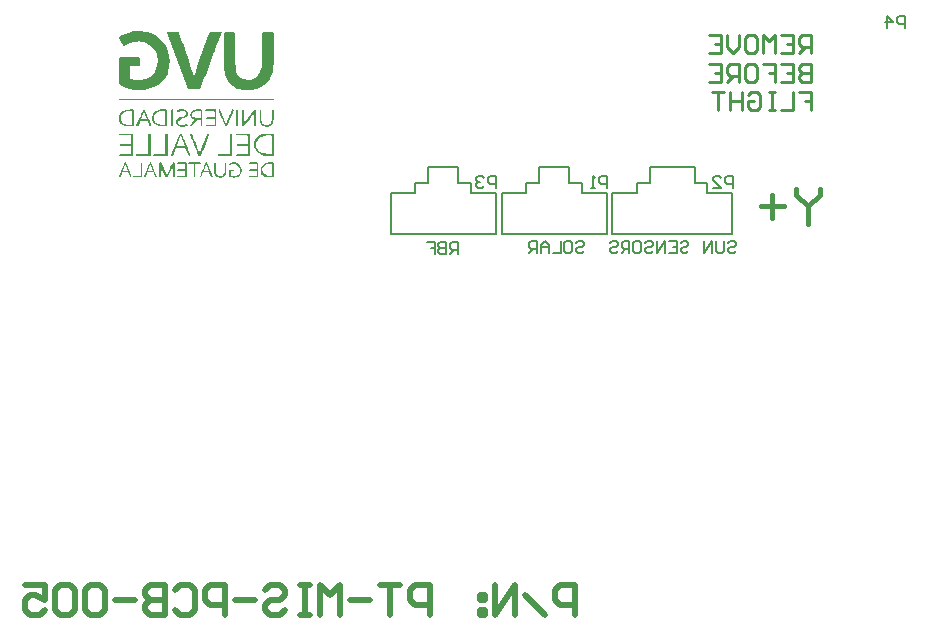
<source format=gbo>
G04 Layer_Color=32896*
%FSLAX25Y25*%
%MOIN*%
G70*
G01*
G75*
%ADD15C,0.01000*%
%ADD25C,0.00591*%
%ADD38C,0.01575*%
%ADD39C,0.02000*%
G36*
X93500Y184156D02*
Y177236D01*
X93269Y176928D01*
X92193D01*
X91270Y177005D01*
X90501Y177082D01*
X89732Y177313D01*
X89194Y177544D01*
X88656Y177774D01*
X88271Y178159D01*
X87579Y178851D01*
X87272Y179543D01*
X87041Y180081D01*
X86964Y180542D01*
Y180619D01*
Y180696D01*
Y181234D01*
X87041Y181696D01*
X87118Y182157D01*
X87502Y182926D01*
X88118Y183464D01*
X88810Y183849D01*
X89502Y184156D01*
X90040Y184310D01*
X90501Y184387D01*
X93269D01*
X93500Y184156D01*
D02*
G37*
G36*
X71202Y174699D02*
X71279Y174468D01*
X71586Y173853D01*
X71894Y173161D01*
X72201Y172315D01*
X72586Y171469D01*
X72816Y170777D01*
X73047Y170239D01*
X73124Y170162D01*
Y170085D01*
X72893Y169778D01*
X72355Y170470D01*
X72278Y170777D01*
X72201Y171085D01*
X72048Y171316D01*
X71971Y171469D01*
X69972D01*
X69741Y170931D01*
X69587Y170470D01*
X69433Y170162D01*
X69357Y170008D01*
X69280Y169855D01*
X69203Y169778D01*
X68895D01*
X69203Y170624D01*
X69433Y171392D01*
X69664Y172084D01*
X69895Y172623D01*
X70125Y173084D01*
X70279Y173545D01*
X70510Y174160D01*
X70740Y174468D01*
X70894Y174699D01*
X70971Y174776D01*
X71125D01*
X71202Y174699D01*
D02*
G37*
G36*
X79737Y184156D02*
Y177236D01*
X79506Y176928D01*
X75046D01*
X74816Y177236D01*
Y177390D01*
X75046Y177620D01*
X78968D01*
Y184156D01*
X79198Y184387D01*
X79506D01*
X79737Y184156D01*
D02*
G37*
G36*
X85657Y177236D02*
X85426Y176928D01*
X81121D01*
X80890Y177236D01*
Y177390D01*
X81121Y177620D01*
X84965D01*
Y180388D01*
X81582D01*
X81274Y180696D01*
Y180850D01*
X81582Y181080D01*
X84965D01*
Y183541D01*
X84734Y183849D01*
X81044D01*
Y184387D01*
X85657D01*
Y177236D01*
D02*
G37*
G36*
X63590Y192460D02*
X63974Y192383D01*
X64512Y192076D01*
X64820Y191691D01*
X64897Y191614D01*
Y191538D01*
Y190615D01*
X64359Y189923D01*
X63436Y189538D01*
X62744Y189231D01*
X62283Y188923D01*
X61898Y188693D01*
X61744Y188539D01*
X61668Y188385D01*
X61591Y188231D01*
X61668Y187924D01*
X61821Y187693D01*
X62359Y187385D01*
X62898Y187232D01*
X63051Y187155D01*
X63128D01*
X63667Y187232D01*
X64128Y187462D01*
X64589Y187616D01*
X64666Y187693D01*
X64743D01*
X65051Y187309D01*
X64974Y187155D01*
X64743Y187078D01*
X64435Y186924D01*
X64128Y186847D01*
X63820Y186770D01*
X63513Y186694D01*
X63282Y186617D01*
X63205D01*
X62513Y186694D01*
X61975Y186924D01*
X61591Y187155D01*
X61283Y187462D01*
X61129Y187693D01*
X61052Y187924D01*
Y188077D01*
Y188154D01*
Y188693D01*
X61437Y189385D01*
X62436Y189769D01*
X63128Y190077D01*
X63667Y190307D01*
X63974Y190538D01*
X64205Y190692D01*
X64282Y190769D01*
X64359Y190846D01*
Y190999D01*
X64282Y191307D01*
X64205Y191614D01*
X63744Y191845D01*
X63359Y191999D01*
X62590D01*
X61744Y191691D01*
X61437Y191768D01*
X61360Y191845D01*
X61283Y191922D01*
Y191999D01*
X61437Y192153D01*
X61591Y192306D01*
X62052Y192460D01*
X62436Y192537D01*
X63205D01*
X63590Y192460D01*
D02*
G37*
G36*
X46981Y192230D02*
Y187001D01*
X46751Y186770D01*
X44598D01*
X44137Y186847D01*
X43291Y187155D01*
X42676Y187616D01*
X42291Y188077D01*
X42061Y188539D01*
X41984Y189000D01*
X41907Y189308D01*
Y189385D01*
Y190077D01*
X41984Y190538D01*
X42137Y190922D01*
X42368Y191230D01*
X42599Y191538D01*
X43368Y191922D01*
X44214Y192230D01*
X45136Y192383D01*
X45828Y192537D01*
X46751D01*
X46981Y192230D01*
D02*
G37*
G36*
X71586Y183080D02*
X71202Y181926D01*
X70817Y180927D01*
X70510Y180081D01*
X70202Y179389D01*
X69972Y178774D01*
X69741Y178236D01*
X69587Y177851D01*
X69433Y177544D01*
X69280Y177313D01*
X69126Y177082D01*
X69049Y176928D01*
X68588D01*
X68511Y177005D01*
X68434Y177236D01*
X68280Y177620D01*
X68049Y178082D01*
X67819Y178620D01*
X67588Y179235D01*
X67050Y180542D01*
X66512Y181849D01*
X66281Y182465D01*
X66050Y183003D01*
X65820Y183464D01*
X65743Y183849D01*
X65589Y184079D01*
Y184156D01*
X65820Y184387D01*
X66127D01*
X66204Y184310D01*
X66358Y184079D01*
X66512Y183772D01*
X66665Y183387D01*
X67050Y182311D01*
X67511Y181157D01*
X67972Y180004D01*
X68357Y178928D01*
X68511Y178543D01*
X68664Y178236D01*
X68741Y178005D01*
Y177928D01*
X68895D01*
X69280Y179005D01*
X69664Y180004D01*
X69972Y180850D01*
X70279Y181619D01*
X70510Y182234D01*
X70664Y182772D01*
X70894Y183157D01*
X71048Y183541D01*
X71279Y184002D01*
X71433Y184233D01*
X71509Y184387D01*
X72048D01*
X71586Y183080D01*
D02*
G37*
G36*
X69280Y174468D02*
X69049Y174237D01*
X67357D01*
Y170085D01*
X67127Y169778D01*
X66819Y170085D01*
Y174237D01*
X65204D01*
X64897Y174468D01*
X65204Y174776D01*
X69049D01*
X69280Y174468D01*
D02*
G37*
G36*
X62975Y184233D02*
X63436Y183080D01*
X63897Y182003D01*
X64282Y181080D01*
X64589Y180235D01*
X64820Y179543D01*
X65051Y179005D01*
X65281Y178466D01*
X65358Y178082D01*
X65512Y177774D01*
X65589Y177467D01*
X65666Y177159D01*
X65743Y177005D01*
Y176928D01*
X65204D01*
X63897Y179543D01*
X60899D01*
X60591Y178697D01*
X60437Y178005D01*
X60207Y177544D01*
X60053Y177236D01*
X59976Y177082D01*
X59899Y177005D01*
X59822Y176928D01*
X59361D01*
X59284Y177082D01*
X59745Y178313D01*
X60130Y179466D01*
X60514Y180388D01*
X60822Y181234D01*
X61129Y181926D01*
X61360Y182541D01*
X61591Y183003D01*
X61744Y183387D01*
X61898Y183695D01*
X62052Y183925D01*
X62206Y184233D01*
X62283Y184387D01*
X62821D01*
X62975Y184233D01*
D02*
G37*
G36*
X77737Y174468D02*
Y171623D01*
X77661Y171008D01*
X77430Y170547D01*
X77122Y170162D01*
X76738Y169931D01*
X76354Y169778D01*
X76046Y169701D01*
X75738D01*
X75046Y169855D01*
X74585Y170008D01*
X74201Y170316D01*
X73970Y170547D01*
X73816Y170854D01*
X73739Y171085D01*
Y171239D01*
Y171316D01*
Y174622D01*
X73816Y174776D01*
X74124Y174468D01*
Y172392D01*
X74201Y171700D01*
X74354Y171162D01*
X74585Y170777D01*
X74893Y170547D01*
X75200Y170393D01*
X75431Y170239D01*
X75892D01*
X76354Y170393D01*
X76661Y170700D01*
X76969Y171162D01*
X77122Y171700D01*
X77199Y172161D01*
X77276Y172623D01*
Y172930D01*
Y173084D01*
Y174622D01*
X77430Y174776D01*
X77737Y174468D01*
D02*
G37*
G36*
X93500D02*
Y170085D01*
X93269Y169778D01*
X91578D01*
X90732Y170008D01*
X90117Y170316D01*
X89732Y170700D01*
X89425Y171085D01*
X89271Y171469D01*
X89117Y171854D01*
Y172084D01*
Y172161D01*
X89271Y173007D01*
X89579Y173699D01*
X90117Y174160D01*
X90655Y174468D01*
X91193Y174622D01*
X91732Y174776D01*
X93269D01*
X93500Y174468D01*
D02*
G37*
G36*
X81198Y174699D02*
X81736Y174468D01*
X82120Y174083D01*
X82428Y173699D01*
X82582Y173238D01*
X82735Y172930D01*
X82812Y172623D01*
Y172546D01*
Y171854D01*
X82735Y171239D01*
X82428Y170700D01*
X82043Y170316D01*
X81582Y170085D01*
X81121Y169855D01*
X80736Y169778D01*
X80429Y169701D01*
X80352D01*
X79813Y169778D01*
X79352Y169855D01*
X79045Y169931D01*
X78891Y170008D01*
X78737Y170085D01*
X78660Y170162D01*
Y170239D01*
Y172161D01*
X78968Y172392D01*
X79890D01*
X80198Y172161D01*
X79890Y171854D01*
X79198D01*
Y170316D01*
X79890Y170239D01*
X80429D01*
X81044Y170316D01*
X81505Y170547D01*
X81890Y170931D01*
X82120Y171316D01*
X82274Y171700D01*
X82351Y172084D01*
Y172315D01*
Y172392D01*
X82274Y172930D01*
X82043Y173391D01*
X81736Y173699D01*
X81351Y173930D01*
X80967Y174160D01*
X80659Y174237D01*
X80429Y174314D01*
X80352D01*
X79813Y174237D01*
X79429Y174160D01*
X79122Y174007D01*
X78968Y173930D01*
X78660Y174237D01*
X78737Y174391D01*
X78891Y174468D01*
X79198Y174622D01*
X79583Y174776D01*
X80582D01*
X81198Y174699D01*
D02*
G37*
G36*
X60514Y174468D02*
Y170085D01*
X60207Y169778D01*
X59899Y170085D01*
Y173545D01*
X59822D01*
X59361Y172392D01*
X58976Y171546D01*
X58669Y170854D01*
X58438Y170393D01*
X58207Y170085D01*
X58054Y169931D01*
X57977Y169778D01*
X57900D01*
X57823Y169855D01*
X57669Y169931D01*
X57438Y170393D01*
X57054Y171008D01*
X56747Y171700D01*
X56439Y172392D01*
X56208Y172930D01*
X56055Y173391D01*
X55978Y173468D01*
Y173545D01*
X55824D01*
Y170085D01*
X55516Y169778D01*
X55362D01*
Y174468D01*
X55670Y174776D01*
X55824D01*
X57977Y170624D01*
X58284Y171392D01*
X58592Y172008D01*
X58823Y172546D01*
X59053Y173007D01*
X59438Y173776D01*
X59668Y174237D01*
X59822Y174545D01*
X59976Y174699D01*
X60053Y174776D01*
X60207D01*
X60514Y174468D01*
D02*
G37*
G36*
X52518Y184156D02*
Y177236D01*
X52210Y176928D01*
X47981D01*
X47673Y177236D01*
Y177620D01*
X51672D01*
Y184156D01*
X51979Y184387D01*
X52210D01*
X52518Y184156D01*
D02*
G37*
G36*
X58131D02*
Y177236D01*
X57900Y176928D01*
X53594D01*
X53363Y177236D01*
Y177390D01*
X53594Y177620D01*
X57438D01*
Y184156D01*
X57746Y184387D01*
X57900D01*
X58131Y184156D01*
D02*
G37*
G36*
X88271Y174468D02*
Y169778D01*
X85273D01*
X85119Y169931D01*
X85426Y170239D01*
X87887D01*
Y172008D01*
X85657D01*
X85426Y172315D01*
X85657Y172546D01*
X87887D01*
Y174237D01*
X85273D01*
Y174468D01*
X85580Y174776D01*
X88041D01*
X88271Y174468D01*
D02*
G37*
G36*
X46751Y177236D02*
X46443Y176928D01*
X42137D01*
X41907Y177236D01*
Y177390D01*
X42137Y177620D01*
X46059D01*
Y180388D01*
X42599D01*
X42291Y180696D01*
Y180850D01*
X42599Y181080D01*
X46059D01*
Y183849D01*
X42291D01*
X42137Y183695D01*
Y183849D01*
X42061Y184002D01*
Y184387D01*
X46751D01*
Y177236D01*
D02*
G37*
G36*
X49596Y174468D02*
Y170085D01*
X49365Y169778D01*
X46597D01*
X46443Y169931D01*
X46751Y170239D01*
X49211D01*
Y174622D01*
X49365Y174776D01*
X49596Y174468D01*
D02*
G37*
G36*
X44214Y174699D02*
X44367Y174545D01*
X44444Y174314D01*
X44598Y174007D01*
X44905Y173238D01*
X45290Y172392D01*
X45597Y171469D01*
X45905Y170700D01*
X45982Y170393D01*
X46059Y170162D01*
X46136Y170008D01*
Y169931D01*
Y169778D01*
X45751D01*
X45521Y170316D01*
X45367Y170777D01*
X45213Y171085D01*
X45136Y171239D01*
X45059Y171392D01*
X44982Y171469D01*
X42983D01*
X42829Y170931D01*
X42676Y170470D01*
X42522Y170162D01*
X42368Y170008D01*
X42291Y169855D01*
X42214Y169778D01*
X42061D01*
X41907Y169931D01*
X42214Y170777D01*
X42522Y171469D01*
X42753Y172084D01*
X42983Y172699D01*
X43137Y173161D01*
X43368Y173545D01*
X43598Y174083D01*
X43752Y174468D01*
X43906Y174699D01*
X43983Y174776D01*
X44137D01*
X44214Y174699D01*
D02*
G37*
G36*
X80198Y192383D02*
X79813Y191384D01*
X79506Y190538D01*
X79198Y189769D01*
X78891Y189154D01*
X78660Y188616D01*
X78506Y188154D01*
X78276Y187770D01*
X78122Y187462D01*
X77968Y187078D01*
X77814Y186847D01*
X77737Y186770D01*
X77584D01*
X77430Y186924D01*
X77276Y187232D01*
X76892Y187924D01*
X76507Y188846D01*
X76046Y189846D01*
X75661Y190769D01*
X75354Y191614D01*
X75200Y191922D01*
X75123Y192153D01*
X75046Y192306D01*
Y192383D01*
X75200D01*
X75354Y192537D01*
X75508D01*
X75585Y192460D01*
X75661Y192306D01*
X75815Y192076D01*
X75969Y191768D01*
X76277Y190922D01*
X76661Y190077D01*
X76969Y189154D01*
X77276Y188308D01*
X77430Y188001D01*
X77507Y187770D01*
X77584Y187616D01*
Y187539D01*
X77737D01*
X78045Y188385D01*
X78276Y189154D01*
X78583Y189846D01*
X78737Y190461D01*
X78968Y190922D01*
X79122Y191307D01*
X79352Y191922D01*
X79583Y192306D01*
X79660Y192460D01*
X79737Y192537D01*
X80044D01*
X80198Y192383D01*
D02*
G37*
G36*
X87579Y192230D02*
Y187001D01*
X87349Y186770D01*
X87041Y187001D01*
Y191307D01*
X86964D01*
X86426Y190538D01*
X85888Y189923D01*
X85503Y189308D01*
X85119Y188846D01*
X84504Y188001D01*
X83966Y187462D01*
X83658Y187078D01*
X83504Y186924D01*
X83350Y186770D01*
X83197D01*
X82966Y187001D01*
Y192230D01*
X83197Y192537D01*
X83504Y192230D01*
Y187847D01*
X87195Y192537D01*
X87349D01*
X87579Y192230D01*
D02*
G37*
G36*
X93500Y217988D02*
Y207838D01*
X93423Y206224D01*
X93116Y204839D01*
X92731Y203686D01*
X92270Y202610D01*
X91655Y201764D01*
X90963Y201072D01*
X90194Y200457D01*
X89425Y199996D01*
X88733Y199611D01*
X87964Y199303D01*
X87272Y199150D01*
X86657Y198996D01*
X86195Y198919D01*
X85734Y198842D01*
X84965D01*
X83658Y198919D01*
X83043Y198996D01*
X82428Y199150D01*
X81967Y199227D01*
X81582Y199303D01*
X81351Y199380D01*
X81274D01*
X80506Y199765D01*
X79813Y200303D01*
X79275Y200841D01*
X78737Y201379D01*
X78276Y201995D01*
X77968Y202610D01*
X77430Y203840D01*
X77122Y204993D01*
X76969Y205993D01*
X76892Y206300D01*
Y206608D01*
Y206762D01*
Y206839D01*
Y217988D01*
X77122Y218295D01*
X80352D01*
X80582Y217988D01*
Y209607D01*
X80890Y205301D01*
X81351Y204301D01*
X81967Y203532D01*
X82658Y203071D01*
X83350Y202687D01*
X83966Y202456D01*
X84504Y202379D01*
X84811Y202302D01*
X84965D01*
X85811Y202379D01*
X86503Y202533D01*
X87118Y202764D01*
X87656Y203148D01*
X88041Y203532D01*
X88425Y203994D01*
X88964Y204916D01*
X89348Y205916D01*
X89502Y206685D01*
X89579Y207069D01*
Y207300D01*
Y207454D01*
Y207531D01*
Y217988D01*
X89809Y218295D01*
X93269D01*
X93500Y217988D01*
D02*
G37*
G36*
X76200Y218142D02*
X75585Y216450D01*
X74970Y214912D01*
X74431Y213451D01*
X73970Y212067D01*
X73432Y210760D01*
X73047Y209607D01*
X72586Y208453D01*
X72201Y207454D01*
X71817Y206531D01*
X71509Y205608D01*
X70894Y204071D01*
X70433Y202840D01*
X69972Y201764D01*
X69664Y200995D01*
X69433Y200303D01*
X69203Y199842D01*
X69049Y199534D01*
X68972Y199303D01*
X68895Y199227D01*
Y199150D01*
X65051D01*
X57900Y217834D01*
Y218142D01*
X57977Y218218D01*
X58054Y218295D01*
X61744D01*
X61821Y218218D01*
X61898Y218142D01*
X62052Y217680D01*
X62359Y216988D01*
X62667Y216066D01*
X63051Y214989D01*
X63513Y213759D01*
X63974Y212452D01*
X64435Y211144D01*
X64897Y209760D01*
X65281Y208453D01*
X65743Y207223D01*
X66050Y206147D01*
X66358Y205224D01*
X66588Y204532D01*
X66742Y204071D01*
X66819Y203994D01*
Y203917D01*
X67127D01*
X67588Y205224D01*
X67972Y206454D01*
X68357Y207608D01*
X68664Y208684D01*
X69357Y210606D01*
X69895Y212221D01*
X70356Y213605D01*
X70817Y214758D01*
X71125Y215758D01*
X71433Y216527D01*
X71663Y217065D01*
X71817Y217526D01*
X71971Y217834D01*
X72048Y218065D01*
X72124Y218218D01*
X72201Y218295D01*
X76046D01*
X76200Y218142D01*
D02*
G37*
G36*
X93500Y195997D02*
X93269Y195690D01*
X42061D01*
X41907Y195843D01*
X42137Y196074D01*
X93423D01*
X93500Y195997D01*
D02*
G37*
G36*
X51364Y218295D02*
X52671Y217834D01*
X53825Y217296D01*
X54824Y216681D01*
X55670Y215989D01*
X56362Y215220D01*
X56977Y214451D01*
X57515Y213605D01*
X57900Y212836D01*
X58207Y212067D01*
X58438Y211375D01*
X58592Y210683D01*
X58669Y210068D01*
X58746Y209607D01*
X58823Y209222D01*
Y208992D01*
Y208915D01*
Y208530D01*
X58746Y206916D01*
X58592Y206224D01*
X58438Y205608D01*
X58361Y205070D01*
X58207Y204686D01*
X58131Y204455D01*
Y204378D01*
X57669Y203379D01*
X57131Y202533D01*
X56439Y201841D01*
X55747Y201149D01*
X54978Y200611D01*
X54209Y200226D01*
X53363Y199842D01*
X52595Y199534D01*
X51134Y199150D01*
X50442Y198996D01*
X49826Y198919D01*
X49365D01*
X48981Y198842D01*
X48366D01*
X46828Y198919D01*
X45597Y199150D01*
X44444Y199534D01*
X43598Y199919D01*
X42906Y200226D01*
X42445Y200611D01*
X42137Y200841D01*
X42061Y200918D01*
Y209607D01*
X42291Y209837D01*
X48673D01*
X48904Y209607D01*
Y206839D01*
X45751D01*
Y202840D01*
X45828Y202687D01*
X46136Y202533D01*
X46597Y202456D01*
X47058Y202379D01*
X47520D01*
X47981Y202302D01*
X48366D01*
X49211Y202379D01*
X49749D01*
X50211Y202456D01*
X50519Y202533D01*
X50672Y202610D01*
X50749D01*
X50826Y202687D01*
X51518Y202994D01*
X52133Y203302D01*
X52671Y203686D01*
X53133Y204148D01*
X53825Y205070D01*
X54286Y206147D01*
X54594Y207069D01*
X54747Y207838D01*
X54824Y208146D01*
Y208377D01*
Y208530D01*
Y208607D01*
X54594Y210837D01*
X54286Y211606D01*
X53902Y212298D01*
X53440Y212836D01*
X52979Y213297D01*
X51979Y214066D01*
X51057Y214605D01*
X50134Y214912D01*
X49365Y215066D01*
X49057Y215143D01*
X48673D01*
X47597Y215066D01*
X46597Y214912D01*
X45751Y214682D01*
X44982Y214374D01*
X44367Y214066D01*
X43906Y213836D01*
X43598Y213682D01*
X43521Y213605D01*
X43368Y213759D01*
X43137Y214066D01*
X42906Y214528D01*
X42599Y215066D01*
X42368Y215527D01*
X42137Y215989D01*
X41984Y216296D01*
X41907Y216450D01*
X42906Y217142D01*
X43906Y217680D01*
X44905Y217988D01*
X45828Y218295D01*
X46674Y218449D01*
X47366Y218526D01*
X48904D01*
X51364Y218295D01*
D02*
G37*
G36*
X52595Y174699D02*
X52671Y174468D01*
X52979Y173930D01*
X53363Y173161D01*
X53671Y172238D01*
X54055Y171392D01*
X54363Y170624D01*
X54517Y170393D01*
X54594Y170162D01*
X54671Y170008D01*
Y169931D01*
X54594D01*
X54440Y169778D01*
X54286Y169855D01*
X54132Y170008D01*
X53979Y170316D01*
X53825Y170624D01*
X53748Y170931D01*
X53671Y171239D01*
X53594Y171392D01*
Y171469D01*
X51364D01*
X51210Y170931D01*
X51057Y170470D01*
X50980Y170162D01*
X50826Y170008D01*
X50749Y169855D01*
X50672Y169778D01*
X50442D01*
X50288Y169931D01*
X50595Y170777D01*
X50903Y171546D01*
X51134Y172161D01*
X51364Y172699D01*
X51595Y173161D01*
X51749Y173545D01*
X51979Y174160D01*
X52210Y174468D01*
X52287Y174699D01*
X52364Y174776D01*
X52518D01*
X52595Y174699D01*
D02*
G37*
G36*
X59899Y187001D02*
X59668Y186770D01*
X59361Y187001D01*
Y192230D01*
X59668Y192537D01*
X59899D01*
Y187001D01*
D02*
G37*
G36*
X69741Y192230D02*
Y187001D01*
X69433Y186770D01*
X69126Y187001D01*
Y189077D01*
X67896D01*
X65973Y186770D01*
X65743D01*
X65589Y186847D01*
X66973Y188923D01*
Y189231D01*
X66588Y189308D01*
X66358Y189462D01*
X65973Y190077D01*
X65743Y190615D01*
Y190769D01*
Y190846D01*
X65896Y191384D01*
X66204Y191845D01*
X66742Y192153D01*
X67281Y192306D01*
X67896Y192460D01*
X68434Y192537D01*
X69433D01*
X69741Y192230D01*
D02*
G37*
G36*
X50365Y192383D02*
X50519Y192153D01*
X50903Y191384D01*
X51287Y190461D01*
X51749Y189462D01*
X52133Y188462D01*
X52441Y187616D01*
X52595Y187309D01*
X52671Y187078D01*
X52748Y186924D01*
Y186847D01*
X52671D01*
X52518Y186770D01*
X52364D01*
X52210Y186847D01*
X52056Y187078D01*
X51903Y187385D01*
X51826Y187770D01*
X51672Y188077D01*
X51595Y188385D01*
X51518Y188616D01*
Y188693D01*
X49057D01*
X48827Y188077D01*
X48596Y187616D01*
X48442Y187232D01*
X48289Y187001D01*
X48212Y186847D01*
X48135Y186770D01*
X47827D01*
X47673Y186847D01*
X48058Y187770D01*
X48366Y188539D01*
X48673Y189231D01*
X48904Y189846D01*
X49134Y190384D01*
X49365Y190846D01*
X49673Y191614D01*
X49903Y192076D01*
X50057Y192383D01*
X50134Y192537D01*
X50288D01*
X50365Y192383D01*
D02*
G37*
G36*
X57977Y192230D02*
Y187001D01*
X57746Y186770D01*
X56516D01*
X55901Y186847D01*
X55362Y186924D01*
X54517Y187232D01*
X53902Y187539D01*
X53517Y187924D01*
X53210Y188308D01*
X53133Y188616D01*
X53056Y188846D01*
Y188923D01*
Y190307D01*
X53133Y190692D01*
X53210Y191076D01*
X53748Y191614D01*
X54363Y191999D01*
X55132Y192230D01*
X55978Y192460D01*
X56593Y192537D01*
X57746D01*
X57977Y192230D01*
D02*
G37*
G36*
X93500D02*
Y189385D01*
X93423Y188462D01*
X93116Y187770D01*
X92731Y187309D01*
X92347Y187001D01*
X91885Y186770D01*
X91578Y186694D01*
X91270Y186617D01*
X91193D01*
X90424Y186770D01*
X89886Y187001D01*
X89425Y187385D01*
X89194Y187770D01*
X89040Y188154D01*
X88887Y188462D01*
Y188693D01*
Y188769D01*
Y192230D01*
X89117Y192537D01*
X89425Y192230D01*
Y189077D01*
X89502Y188539D01*
X89656Y188077D01*
X89963Y187693D01*
X90194Y187462D01*
X90501Y187309D01*
X90809Y187232D01*
X90963Y187155D01*
X91040D01*
X91655Y187232D01*
X92116Y187539D01*
X92500Y187924D01*
X92731Y188308D01*
X92885Y188769D01*
X92962Y189077D01*
Y189385D01*
Y189462D01*
Y192230D01*
X93269Y192537D01*
X93500Y192230D01*
D02*
G37*
G36*
X64512Y174468D02*
Y170085D01*
X64205Y169778D01*
X61283D01*
X61206Y169931D01*
X61437Y170239D01*
X63897D01*
Y172008D01*
X61744D01*
X61437Y172315D01*
X61744Y172546D01*
X63897D01*
Y174237D01*
X61591D01*
X61283Y174468D01*
X61591Y174776D01*
X64205D01*
X64512Y174468D01*
D02*
G37*
G36*
X74431Y192230D02*
Y187001D01*
X74124Y186770D01*
X70971D01*
X70664Y187001D01*
X70971Y187309D01*
X73585D01*
X73816Y187539D01*
Y189385D01*
X71202D01*
X70971Y189615D01*
X71202Y189923D01*
X73816D01*
Y191691D01*
X73585Y191999D01*
X70971D01*
X70664Y192230D01*
X70971Y192537D01*
X74124D01*
X74431Y192230D01*
D02*
G37*
G36*
X81582D02*
Y187001D01*
X81274Y186770D01*
X81044Y187001D01*
Y192230D01*
X81274Y192537D01*
X81582Y192230D01*
D02*
G37*
%LPC*%
G36*
X92577Y183849D02*
X91424D01*
X90732Y183695D01*
X90117Y183541D01*
X89579Y183387D01*
X89117Y183157D01*
X88733Y182926D01*
X88195Y182388D01*
X87810Y181772D01*
X87656Y181311D01*
X87579Y181004D01*
Y180850D01*
X87656Y180312D01*
X87733Y179773D01*
X88271Y179005D01*
X88964Y178389D01*
X89732Y178005D01*
X90501Y177774D01*
X91193Y177697D01*
X91732Y177620D01*
X92577D01*
X92885Y177928D01*
Y183541D01*
X92577Y183849D01*
D02*
G37*
G36*
X71125Y174083D02*
X70971D01*
X70279Y172008D01*
Y171854D01*
X71817D01*
X71125Y174083D01*
D02*
G37*
G36*
X46290Y191999D02*
X45597D01*
X44521Y191922D01*
X43752Y191691D01*
X43214Y191307D01*
X42829Y190999D01*
X42599Y190615D01*
X42522Y190230D01*
X42445Y190000D01*
Y189923D01*
X42522Y189077D01*
X42829Y188385D01*
X43214Y187924D01*
X43675Y187616D01*
X44137Y187462D01*
X44521Y187385D01*
X44829Y187309D01*
X46290D01*
Y191999D01*
D02*
G37*
G36*
X62590Y183541D02*
X62436D01*
X61283Y180388D01*
Y180235D01*
X63820D01*
X62590Y183541D01*
D02*
G37*
G36*
X92962Y174237D02*
X91578D01*
X90963Y174160D01*
X90501Y173930D01*
X90117Y173622D01*
X89886Y173315D01*
X89732Y172930D01*
X89656Y172623D01*
Y172392D01*
Y172315D01*
X89809Y171623D01*
X90117Y171085D01*
X90578Y170777D01*
X91116Y170470D01*
X91655Y170316D01*
X92116Y170239D01*
X92962D01*
Y174237D01*
D02*
G37*
G36*
X44214Y173930D02*
X43983D01*
X43291Y171854D01*
X44905D01*
X44214Y173930D01*
D02*
G37*
G36*
X52671D02*
X52364D01*
X51672Y171854D01*
X51979D01*
X52518Y172008D01*
X53056Y171854D01*
X53363D01*
X52671Y173930D01*
D02*
G37*
G36*
X69126Y191999D02*
X68357D01*
X67665Y191922D01*
X67127Y191845D01*
X66819Y191614D01*
X66512Y191461D01*
X66358Y191230D01*
X66281Y190999D01*
Y190922D01*
Y190846D01*
X66358Y190384D01*
X66665Y190077D01*
X67050Y189769D01*
X67511Y189615D01*
X67972Y189538D01*
X68357Y189462D01*
X69126D01*
Y191999D01*
D02*
G37*
G36*
X50288Y191691D02*
X50134D01*
X49365Y189385D01*
Y189231D01*
X51287D01*
X50288Y191691D01*
D02*
G37*
G36*
X57438Y191999D02*
X56747D01*
X55670Y191922D01*
X54901Y191691D01*
X54363Y191384D01*
X53979Y191076D01*
X53748Y190692D01*
X53671Y190384D01*
X53594Y190154D01*
Y190077D01*
Y189462D01*
X53748Y188769D01*
X54055Y188231D01*
X54440Y187847D01*
X54978Y187616D01*
X55516Y187462D01*
X55901Y187309D01*
X57438D01*
Y191999D01*
D02*
G37*
%LPD*%
D15*
X272500Y211201D02*
Y217199D01*
X269501D01*
X268501Y216199D01*
Y214200D01*
X269501Y213200D01*
X272500D01*
X270501D02*
X268501Y211201D01*
X262503Y217199D02*
X266502D01*
Y211201D01*
X262503D01*
X266502Y214200D02*
X264503D01*
X260504Y211201D02*
Y217199D01*
X258505Y215199D01*
X256505Y217199D01*
Y211201D01*
X251507Y217199D02*
X253506D01*
X254506Y216199D01*
Y212200D01*
X253506Y211201D01*
X251507D01*
X250507Y212200D01*
Y216199D01*
X251507Y217199D01*
X248508D02*
Y213200D01*
X246508Y211201D01*
X244509Y213200D01*
Y217199D01*
X238511D02*
X242510D01*
Y211201D01*
X238511D01*
X242510Y214200D02*
X240510D01*
X272500Y207699D02*
Y201701D01*
X269501D01*
X268501Y202700D01*
Y203700D01*
X269501Y204700D01*
X272500D01*
X269501D01*
X268501Y205699D01*
Y206699D01*
X269501Y207699D01*
X272500D01*
X262503D02*
X266502D01*
Y201701D01*
X262503D01*
X266502Y204700D02*
X264503D01*
X256505Y207699D02*
X260504D01*
Y204700D01*
X258505D01*
X260504D01*
Y201701D01*
X251507Y207699D02*
X253506D01*
X254506Y206699D01*
Y202700D01*
X253506Y201701D01*
X251507D01*
X250507Y202700D01*
Y206699D01*
X251507Y207699D01*
X248508Y201701D02*
Y207699D01*
X245509D01*
X244509Y206699D01*
Y204700D01*
X245509Y203700D01*
X248508D01*
X246508D02*
X244509Y201701D01*
X238511Y207699D02*
X242510D01*
Y201701D01*
X238511D01*
X242510Y204700D02*
X240510D01*
X268501Y198199D02*
X272500D01*
Y195200D01*
X270501D01*
X272500D01*
Y192201D01*
X266502Y198199D02*
Y192201D01*
X262503D01*
X260504Y198199D02*
X258505D01*
X259504D01*
Y192201D01*
X260504D01*
X258505D01*
X251507Y197199D02*
X252506Y198199D01*
X254506D01*
X255505Y197199D01*
Y193201D01*
X254506Y192201D01*
X252506D01*
X251507Y193201D01*
Y195200D01*
X253506D01*
X249507Y198199D02*
Y192201D01*
Y195200D01*
X245509D01*
Y198199D01*
Y192201D01*
X243509Y198199D02*
X239511D01*
X241510D01*
Y192201D01*
D25*
X206398Y150886D02*
X246358D01*
X206398D02*
Y164469D01*
X246358Y150886D02*
Y164469D01*
X238090D02*
X246358D01*
X238090D02*
Y167815D01*
X233858D02*
X238090D01*
X233858D02*
Y173327D01*
X218799D02*
X233858D01*
X218799Y167815D02*
Y173327D01*
X214665Y167815D02*
X218799D01*
X214665Y164469D02*
Y167815D01*
X206398Y164469D02*
X214665D01*
X169480D02*
X177748D01*
Y167815D01*
X182079D01*
Y173130D01*
X191921D01*
Y167815D02*
Y173130D01*
Y167815D02*
X196252D01*
Y164469D02*
Y167815D01*
Y164469D02*
X204520D01*
Y150886D02*
Y164469D01*
X169480Y150886D02*
Y164469D01*
Y150886D02*
X204520D01*
X132480Y164469D02*
X140748D01*
Y167815D01*
X145079D01*
Y173130D01*
X154921D01*
Y167815D02*
Y173130D01*
Y167815D02*
X159252D01*
Y164469D02*
Y167815D01*
Y164469D02*
X167520D01*
Y150886D02*
Y164469D01*
X132480Y150886D02*
Y164469D01*
Y150886D02*
X167520D01*
X204500Y166201D02*
Y170137D01*
X202532D01*
X201876Y169481D01*
Y168169D01*
X202532Y167513D01*
X204500D01*
X200564Y166201D02*
X199252D01*
X199908D01*
Y170137D01*
X200564Y169481D01*
X246500Y166201D02*
Y170137D01*
X244532D01*
X243876Y169481D01*
Y168169D01*
X244532Y167513D01*
X246500D01*
X239940Y166201D02*
X242564D01*
X239940Y168825D01*
Y169481D01*
X240596Y170137D01*
X241908D01*
X242564Y169481D01*
X304000Y219701D02*
Y223637D01*
X302032D01*
X301376Y222981D01*
Y221669D01*
X302032Y221013D01*
X304000D01*
X298096Y219701D02*
Y223637D01*
X300064Y221669D01*
X297440D01*
X167500Y166201D02*
Y170137D01*
X165532D01*
X164876Y169481D01*
Y168169D01*
X165532Y167513D01*
X167500D01*
X163564Y169481D02*
X162908Y170137D01*
X161596D01*
X160940Y169481D01*
Y168825D01*
X161596Y168169D01*
X162252D01*
X161596D01*
X160940Y167513D01*
Y166857D01*
X161596Y166201D01*
X162908D01*
X163564Y166857D01*
X194376Y147981D02*
X195032Y148637D01*
X196344D01*
X197000Y147981D01*
Y147325D01*
X196344Y146669D01*
X195032D01*
X194376Y146013D01*
Y145357D01*
X195032Y144701D01*
X196344D01*
X197000Y145357D01*
X191096Y148637D02*
X192408D01*
X193064Y147981D01*
Y145357D01*
X192408Y144701D01*
X191096D01*
X190440Y145357D01*
Y147981D01*
X191096Y148637D01*
X189128D02*
Y144701D01*
X186505D01*
X185193D02*
Y147325D01*
X183881Y148637D01*
X182569Y147325D01*
Y144701D01*
Y146669D01*
X185193D01*
X181257Y144701D02*
Y148637D01*
X179289D01*
X178633Y147981D01*
Y146669D01*
X179289Y146013D01*
X181257D01*
X179945D02*
X178633Y144701D01*
X244876Y147981D02*
X245532Y148637D01*
X246844D01*
X247500Y147981D01*
Y147325D01*
X246844Y146669D01*
X245532D01*
X244876Y146013D01*
Y145357D01*
X245532Y144701D01*
X246844D01*
X247500Y145357D01*
X243564Y148637D02*
Y145357D01*
X242908Y144701D01*
X241596D01*
X240940Y145357D01*
Y148637D01*
X239629Y144701D02*
Y148637D01*
X237005Y144701D01*
Y148637D01*
X229133Y147981D02*
X229789Y148637D01*
X231101D01*
X231757Y147981D01*
Y147325D01*
X231101Y146669D01*
X229789D01*
X229133Y146013D01*
Y145357D01*
X229789Y144701D01*
X231101D01*
X231757Y145357D01*
X225197Y148637D02*
X227821D01*
Y144701D01*
X225197D01*
X227821Y146669D02*
X226509D01*
X223885Y144701D02*
Y148637D01*
X221262Y144701D01*
Y148637D01*
X217326Y147981D02*
X217982Y148637D01*
X219294D01*
X219950Y147981D01*
Y147325D01*
X219294Y146669D01*
X217982D01*
X217326Y146013D01*
Y145357D01*
X217982Y144701D01*
X219294D01*
X219950Y145357D01*
X214046Y148637D02*
X215358D01*
X216014Y147981D01*
Y145357D01*
X215358Y144701D01*
X214046D01*
X213390Y145357D01*
Y147981D01*
X214046Y148637D01*
X212078Y144701D02*
Y148637D01*
X210110D01*
X209454Y147981D01*
Y146669D01*
X210110Y146013D01*
X212078D01*
X210766D02*
X209454Y144701D01*
X205519Y147981D02*
X206175Y148637D01*
X207487D01*
X208143Y147981D01*
Y147325D01*
X207487Y146669D01*
X206175D01*
X205519Y146013D01*
Y145357D01*
X206175Y144701D01*
X207487D01*
X208143Y145357D01*
X155000Y144201D02*
Y148137D01*
X153032D01*
X152376Y147481D01*
Y146169D01*
X153032Y145513D01*
X155000D01*
X153688D02*
X152376Y144201D01*
X151064Y148137D02*
Y144201D01*
X149096D01*
X148440Y144857D01*
Y145513D01*
X149096Y146169D01*
X151064D01*
X149096D01*
X148440Y146825D01*
Y147481D01*
X149096Y148137D01*
X151064D01*
X144505D02*
X147128D01*
Y146169D01*
X145817D01*
X147128D01*
Y144201D01*
D38*
X275500Y166008D02*
Y164040D01*
X271564Y160104D01*
X267629Y164040D01*
Y166008D01*
X271564Y160104D02*
Y154201D01*
X263693Y160104D02*
X255821D01*
X259757Y164040D02*
Y156169D01*
D39*
X193917Y23950D02*
Y33947D01*
X188919D01*
X187253Y32281D01*
Y28949D01*
X188919Y27283D01*
X193917D01*
X183921Y23950D02*
X177256Y30615D01*
X173924Y23950D02*
Y33947D01*
X167259Y23950D01*
Y33947D01*
X163927Y30615D02*
X162261D01*
Y28949D01*
X163927D01*
Y30615D01*
Y25616D02*
X162261D01*
Y23950D01*
X163927D01*
Y25616D01*
X145600Y23950D02*
Y33947D01*
X140601D01*
X138935Y32281D01*
Y28949D01*
X140601Y27283D01*
X145600D01*
X135603Y33947D02*
X128938D01*
X132271D01*
Y23950D01*
X125606Y28949D02*
X118941D01*
X115609Y23950D02*
Y33947D01*
X112277Y30615D01*
X108945Y33947D01*
Y23950D01*
X105613Y33947D02*
X102280D01*
X103946D01*
Y23950D01*
X105613D01*
X102280D01*
X90617Y32281D02*
X92283Y33947D01*
X95616D01*
X97282Y32281D01*
Y30615D01*
X95616Y28949D01*
X92283D01*
X90617Y27283D01*
Y25616D01*
X92283Y23950D01*
X95616D01*
X97282Y25616D01*
X87285Y28949D02*
X80621D01*
X77288Y23950D02*
Y33947D01*
X72290D01*
X70624Y32281D01*
Y28949D01*
X72290Y27283D01*
X77288D01*
X60627Y32281D02*
X62293Y33947D01*
X65625D01*
X67291Y32281D01*
Y25616D01*
X65625Y23950D01*
X62293D01*
X60627Y25616D01*
X57295Y33947D02*
Y23950D01*
X52296D01*
X50630Y25616D01*
Y27283D01*
X52296Y28949D01*
X57295D01*
X52296D01*
X50630Y30615D01*
Y32281D01*
X52296Y33947D01*
X57295D01*
X47298Y28949D02*
X40633D01*
X37301Y32281D02*
X35635Y33947D01*
X32303D01*
X30637Y32281D01*
Y25616D01*
X32303Y23950D01*
X35635D01*
X37301Y25616D01*
Y32281D01*
X27305D02*
X25638Y33947D01*
X22306D01*
X20640Y32281D01*
Y25616D01*
X22306Y23950D01*
X25638D01*
X27305Y25616D01*
Y32281D01*
X10643Y33947D02*
X17308D01*
Y28949D01*
X13975Y30615D01*
X12309D01*
X10643Y28949D01*
Y25616D01*
X12309Y23950D01*
X15642D01*
X17308Y25616D01*
M02*

</source>
